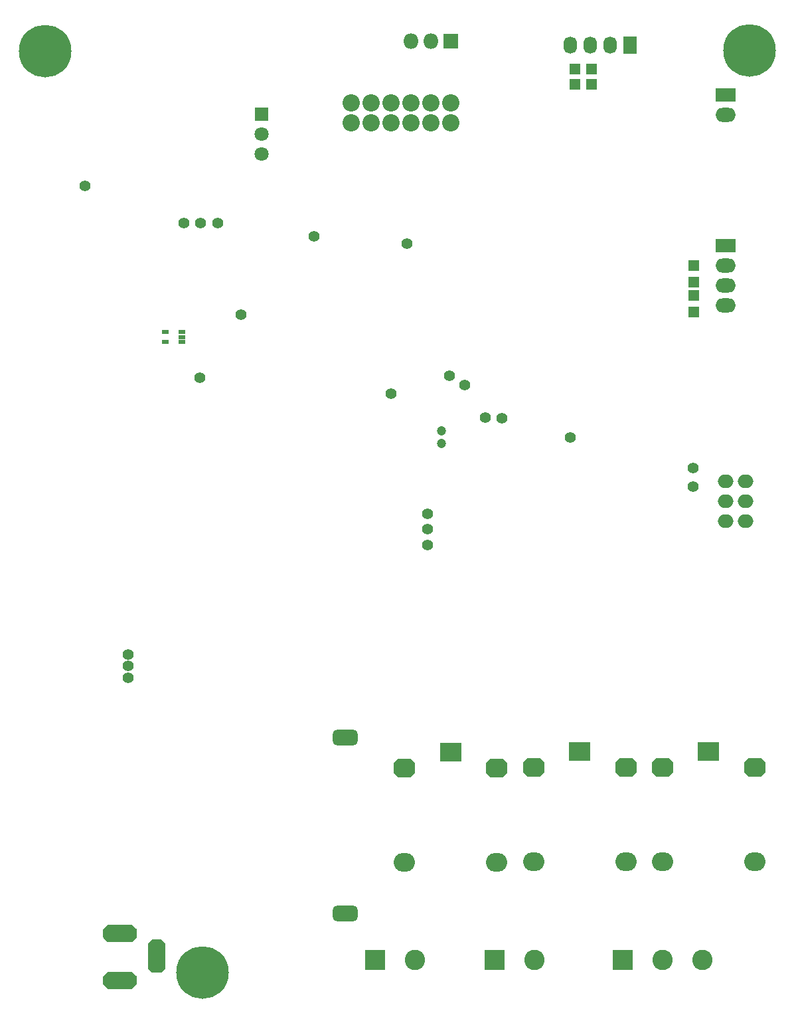
<source format=gbr>
G04*
G04 #@! TF.GenerationSoftware,Altium Limited,Altium Designer,24.2.2 (26)*
G04*
G04 Layer_Color=16711935*
%FSLAX44Y44*%
%MOMM*%
G71*
G04*
G04 #@! TF.SameCoordinates,B60BE1A1-B81C-4E43-A62B-C970C25FC29D*
G04*
G04*
G04 #@! TF.FilePolarity,Negative*
G04*
G01*
G75*
%ADD70R,1.4032X1.4032*%
%ADD71R,1.4032X1.4032*%
%ADD87R,1.7032X2.2032*%
%ADD88O,1.7032X2.2032*%
%ADD89C,2.6032*%
%ADD90R,2.6032X2.6032*%
%ADD91O,2.0000X1.7000*%
%ADD92O,1.8542X1.9812*%
%ADD93R,1.8542X1.9812*%
%ADD94C,6.7032*%
%ADD95O,2.6032X1.8032*%
%ADD96R,2.6032X1.8032*%
G04:AMPARAMS|DCode=97|XSize=2.7032mm|YSize=2.4032mm|CornerRadius=0mm|HoleSize=0mm|Usage=FLASHONLY|Rotation=180.000|XOffset=0mm|YOffset=0mm|HoleType=Round|Shape=Octagon|*
%AMOCTAGOND97*
4,1,8,-1.3516,0.6008,-1.3516,-0.6008,-0.7508,-1.2016,0.7508,-1.2016,1.3516,-0.6008,1.3516,0.6008,0.7508,1.2016,-0.7508,1.2016,-1.3516,0.6008,0.0*
%
%ADD97OCTAGOND97*%

%ADD98O,2.7032X2.4032*%
%ADD99R,2.7032X2.4032*%
%ADD100R,1.8032X1.8032*%
%ADD101C,1.8032*%
G04:AMPARAMS|DCode=102|XSize=2.0032mm|YSize=3.2032mm|CornerRadius=0.5516mm|HoleSize=0mm|Usage=FLASHONLY|Rotation=270.000|XOffset=0mm|YOffset=0mm|HoleType=Round|Shape=RoundedRectangle|*
%AMROUNDEDRECTD102*
21,1,2.0032,2.1000,0,0,270.0*
21,1,0.9000,3.2032,0,0,270.0*
1,1,1.1032,-1.0500,-0.4500*
1,1,1.1032,-1.0500,0.4500*
1,1,1.1032,1.0500,0.4500*
1,1,1.1032,1.0500,-0.4500*
%
%ADD102ROUNDEDRECTD102*%
%ADD103C,2.2032*%
%ADD104C,1.2032*%
%ADD105C,1.4032*%
%ADD133R,0.9032X0.6032*%
G36*
X221123Y374450D02*
X221254Y374423D01*
X221380Y374381D01*
X221499Y374322D01*
X221610Y374248D01*
X221710Y374160D01*
X226710Y369160D01*
X226798Y369060D01*
X226872Y368949D01*
X226931Y368830D01*
X226973Y368703D01*
X226999Y368573D01*
X227008Y368440D01*
Y358440D01*
X226999Y358307D01*
X226973Y358176D01*
X226931Y358050D01*
X226872Y357931D01*
X226798Y357820D01*
X226710Y357720D01*
X221710Y352720D01*
X221610Y352632D01*
X221499Y352558D01*
X221380Y352499D01*
X221254Y352457D01*
X221123Y352430D01*
X220990Y352422D01*
X190490D01*
X190357Y352430D01*
X190226Y352457D01*
X190100Y352499D01*
X189981Y352558D01*
X189870Y352632D01*
X189770Y352720D01*
X184770Y357720D01*
X184682Y357820D01*
X184608Y357931D01*
X184549Y358050D01*
X184506Y358176D01*
X184480Y358307D01*
X184472Y358440D01*
Y368440D01*
X184480Y368573D01*
X184506Y368703D01*
X184549Y368830D01*
X184608Y368949D01*
X184682Y369060D01*
X184770Y369160D01*
X189770Y374160D01*
X189870Y374248D01*
X189981Y374322D01*
X190100Y374381D01*
X190226Y374423D01*
X190357Y374450D01*
X190490Y374458D01*
X220990D01*
X221123Y374450D01*
D02*
G37*
G36*
X257873Y355699D02*
X258004Y355673D01*
X258130Y355631D01*
X258249Y355572D01*
X258360Y355498D01*
X258460Y355410D01*
X263460Y350410D01*
X263548Y350310D01*
X263622Y350199D01*
X263681Y350080D01*
X263724Y349953D01*
X263750Y349823D01*
X263758Y349690D01*
Y319190D01*
X263750Y319057D01*
X263724Y318926D01*
X263681Y318800D01*
X263622Y318681D01*
X263548Y318570D01*
X263460Y318470D01*
X258460Y313470D01*
X258360Y313382D01*
X258249Y313308D01*
X258130Y313249D01*
X258004Y313207D01*
X257873Y313181D01*
X257740Y313172D01*
X247740D01*
X247607Y313181D01*
X247477Y313207D01*
X247350Y313249D01*
X247231Y313308D01*
X247120Y313382D01*
X247020Y313470D01*
X242020Y318470D01*
X241932Y318570D01*
X241858Y318681D01*
X241799Y318800D01*
X241756Y318926D01*
X241730Y319057D01*
X241722Y319190D01*
Y349690D01*
X241730Y349823D01*
X241756Y349953D01*
X241799Y350080D01*
X241858Y350199D01*
X241932Y350310D01*
X242020Y350410D01*
X247020Y355410D01*
X247120Y355498D01*
X247231Y355572D01*
X247350Y355631D01*
X247477Y355673D01*
X247607Y355699D01*
X247740Y355708D01*
X257740D01*
X257873Y355699D01*
D02*
G37*
G36*
X221123Y314450D02*
X221254Y314424D01*
X221380Y314381D01*
X221499Y314322D01*
X221610Y314248D01*
X221710Y314160D01*
X226710Y309160D01*
X226798Y309060D01*
X226872Y308949D01*
X226931Y308830D01*
X226973Y308703D01*
X226999Y308573D01*
X227008Y308440D01*
Y298440D01*
X226999Y298307D01*
X226973Y298176D01*
X226931Y298050D01*
X226872Y297931D01*
X226798Y297820D01*
X226710Y297720D01*
X221710Y292720D01*
X221610Y292632D01*
X221499Y292558D01*
X221380Y292499D01*
X221254Y292456D01*
X221123Y292430D01*
X220990Y292422D01*
X190490D01*
X190357Y292430D01*
X190226Y292456D01*
X190100Y292499D01*
X189981Y292558D01*
X189870Y292632D01*
X189770Y292720D01*
X184770Y297720D01*
X184682Y297820D01*
X184608Y297931D01*
X184549Y298050D01*
X184506Y298176D01*
X184480Y298307D01*
X184472Y298440D01*
Y308440D01*
X184480Y308573D01*
X184506Y308703D01*
X184549Y308830D01*
X184608Y308949D01*
X184682Y309060D01*
X184770Y309160D01*
X189770Y314160D01*
X189870Y314248D01*
X189981Y314322D01*
X190100Y314381D01*
X190226Y314424D01*
X190357Y314450D01*
X190490Y314458D01*
X220990D01*
X221123Y314450D01*
D02*
G37*
D70*
X786130Y1446530D02*
D03*
X807130D02*
D03*
X786180Y1465580D02*
D03*
X807180D02*
D03*
D71*
X937260Y1177240D02*
D03*
Y1156240D02*
D03*
Y1193850D02*
D03*
Y1214850D02*
D03*
D87*
X855980Y1496568D02*
D03*
D88*
X830580D02*
D03*
X805180D02*
D03*
X779780D02*
D03*
D89*
X581660Y329560D02*
D03*
X734060D02*
D03*
X897890D02*
D03*
X948690D02*
D03*
D90*
X530860D02*
D03*
X683260D02*
D03*
X847090D02*
D03*
D91*
X1003300Y889000D02*
D03*
X977900D02*
D03*
X1003300Y914400D02*
D03*
X977900D02*
D03*
X1003300Y939800D02*
D03*
X977900D02*
D03*
D92*
X576580Y1501140D02*
D03*
X601980D02*
D03*
D93*
X627380D02*
D03*
D94*
X311150Y313690D02*
D03*
X1008380Y1489710D02*
D03*
X110490Y1488440D02*
D03*
D95*
X977900Y1407590D02*
D03*
Y1215390D02*
D03*
Y1189990D02*
D03*
Y1164590D02*
D03*
D96*
Y1432990D02*
D03*
Y1240790D02*
D03*
D97*
X733400Y574660D02*
D03*
X850900D02*
D03*
X568630Y574260D02*
D03*
X686130D02*
D03*
X897890Y574660D02*
D03*
X1015390D02*
D03*
D98*
X733400Y454660D02*
D03*
X850900D02*
D03*
X568630Y454260D02*
D03*
X686130D02*
D03*
X897890Y454660D02*
D03*
X1015390D02*
D03*
D99*
X792150Y595160D02*
D03*
X627380Y594760D02*
D03*
X956640Y595160D02*
D03*
D100*
X386080Y1408430D02*
D03*
D101*
Y1383030D02*
D03*
Y1357630D02*
D03*
D102*
X493014Y612902D02*
D03*
X492760Y388620D02*
D03*
D103*
X627380Y1422400D02*
D03*
Y1397000D02*
D03*
X601980Y1422400D02*
D03*
X576580D02*
D03*
X551180D02*
D03*
X525780D02*
D03*
X500380D02*
D03*
X601980Y1397000D02*
D03*
X576580D02*
D03*
X551180D02*
D03*
X525780D02*
D03*
X500380D02*
D03*
D104*
X615950Y988060D02*
D03*
Y1004570D02*
D03*
D105*
X287020Y1269548D02*
D03*
X308610D02*
D03*
X215900Y689610D02*
D03*
Y704215D02*
D03*
Y718820D02*
D03*
X779780Y995680D02*
D03*
X161290Y1316990D02*
D03*
X453360Y1252456D02*
D03*
X551180Y1051560D02*
D03*
X598170Y878675D02*
D03*
Y898829D02*
D03*
Y858520D02*
D03*
X307340Y1071880D02*
D03*
X360472Y1152169D02*
D03*
X330200Y1269548D02*
D03*
X571500Y1243330D02*
D03*
X692784Y1020180D02*
D03*
X671676Y1021145D02*
D03*
X645160Y1062990D02*
D03*
X626110Y1074420D02*
D03*
X936589Y933450D02*
D03*
Y957007D02*
D03*
D133*
X264070Y1130450D02*
D03*
Y1117450D02*
D03*
X284570Y1117450D02*
D03*
Y1123950D02*
D03*
Y1130450D02*
D03*
M02*

</source>
